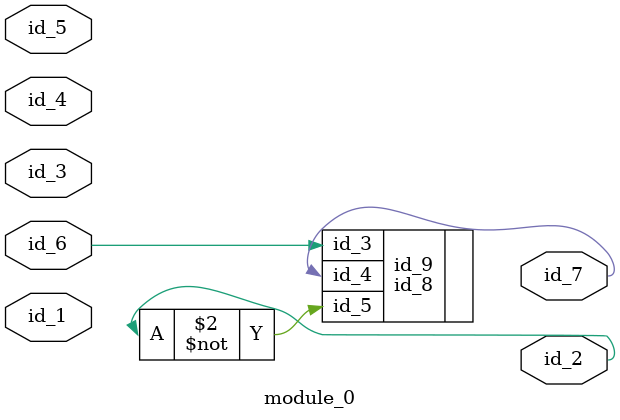
<source format=v>
`timescale 1ps / 1ps
module module_0 (
    id_1,
    id_2,
    id_3,
    id_4,
    id_5,
    id_6,
    id_7
);
  output id_7;
  input id_6;
  input id_5;
  input id_4;
  input id_3;
  output id_2;
  input id_1;
  id_8 id_9 (
      .id_4(id_7),
      .id_3(id_6),
      .id_5(id_6),
      .id_5(1),
      .id_5(~id_2)
  );
endmodule

</source>
